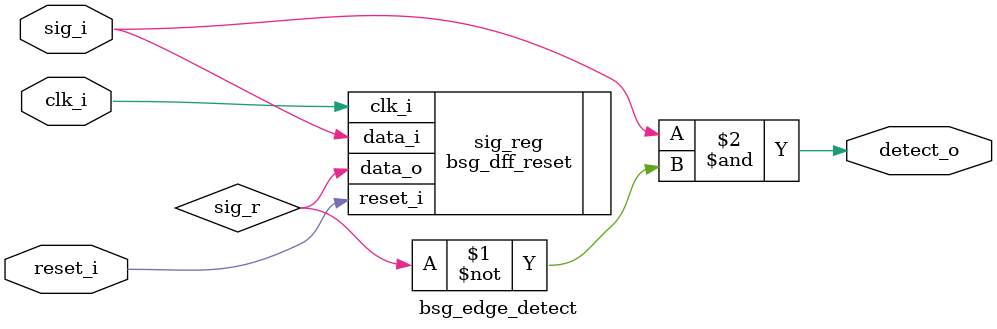
<source format=sv>

`include "bsg_defines.sv"

module bsg_edge_detect
 #(parameter falling_not_rising_p = 0)
  (input     clk_i
   , input   reset_i

   , input   sig_i
   , output  detect_o
   );

  logic sig_r;
  bsg_dff_reset
   #(.width_p(1))
   sig_reg
    (.clk_i(clk_i)
     ,.reset_i(reset_i)
  
     ,.data_i(sig_i)
     ,.data_o(sig_r)
     );

   if (falling_not_rising_p == 1)
     begin : falling
        assign detect_o = ~sig_i &  sig_r;
     end
   else
     begin : rising
        assign detect_o =  sig_i & ~sig_r;
     end

endmodule


</source>
